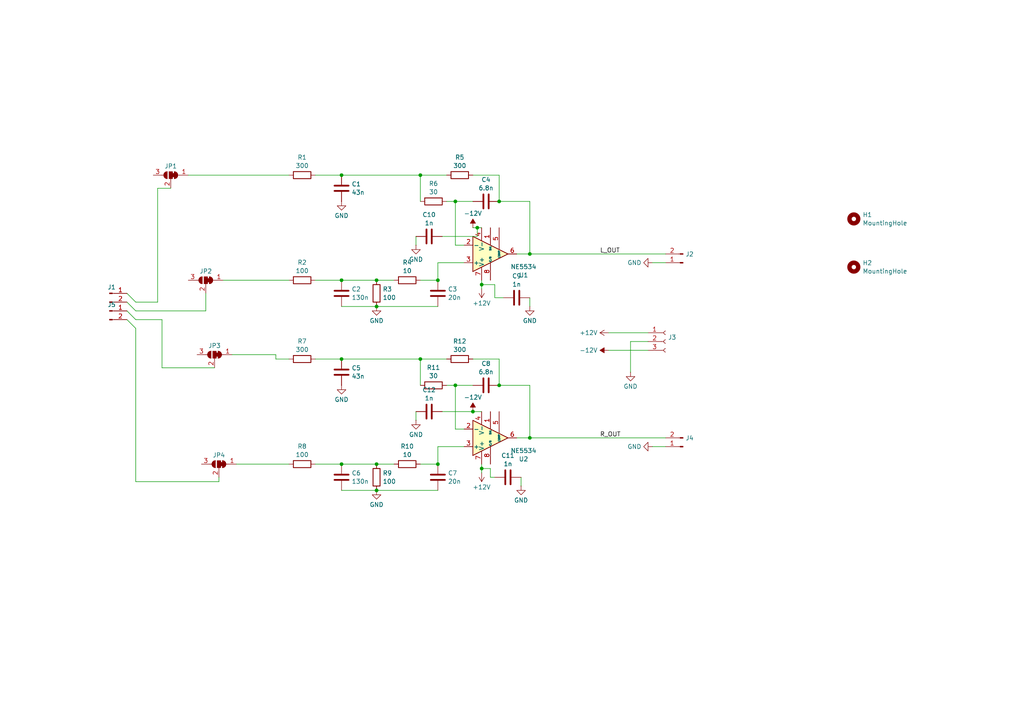
<source format=kicad_sch>
(kicad_sch (version 20231120) (generator "eeschema") (generator_version "8.0")
  (paper "A4")
  (lib_symbols
    (symbol "Amplifier_Operational:NE5534" (pin_names (offset 0.127))
      (property "Reference" "U" (at 1.27 6.35 0))
      (property "Value" "NE5534" (at 1.27 3.81 0))
      (symbol "NE5534_0_1"
        (polyline (pts (xy -5.08 5.08) (xy 5.08 0) (xy -5.08 -5.08) (xy -5.08 5.08)) (stroke (width 0.254)) (fill (type background)))
      )
      (symbol "NE5534_1_1"
        (pin input line (at 0 -7.62 90) (length 5.08) (name "BAL") (number "1"))
        (pin input line (at -7.62 -2.54 0) (length 2.54) (name "-") (number "2"))
        (pin input line (at -7.62 2.54 0) (length 2.54) (name "+") (number "3"))
        (pin power_in line (at -2.54 -7.62 90) (length 3.81) (name "V-") (number "4"))
        (pin input line (at 2.54 -7.62 90) (length 6.35) (name "COMP") (number "5"))
        (pin output line (at 7.62 0 180) (length 2.54) (name "~") (number "6"))
        (pin power_in line (at -2.54 7.62 270) (length 3.81) (name "V+") (number "7"))
        (pin input line (at 0 7.62 270) (length 5.08) (name "C/B") (number "8"))
      )
    )
    (symbol "Connector:Conn_01x02_Pin" (pin_names (offset 1.016) hide)
      (property "Reference" "J" (at 0 2.54 0))
      (property "Value" "Conn_01x02_Pin" (at 0 -5.08 0))
      (symbol "Conn_01x02_Pin_1_1"
        (polyline (pts (xy 1.27 -2.54) (xy 0.8636 -2.54)) (stroke (width 0.1524)))
        (polyline (pts (xy 1.27 0) (xy 0.8636 0)) (stroke (width 0.1524)))
        (rectangle (start 0.8636 -2.413) (end 0 -2.667) (stroke (width 0.1524)) (fill (type outline)))
        (rectangle (start 0.8636 0.127) (end 0 -0.127) (stroke (width 0.1524)) (fill (type outline)))
        (pin passive line (at 5.08 0 180) (length 3.81) (name "Pin_1") (number "1"))
        (pin passive line (at 5.08 -2.54 180) (length 3.81) (name "Pin_2") (number "2"))
      )
    )
    (symbol "Connector:Conn_01x03_Socket" (pin_names (offset 1.016) hide)
      (property "Reference" "J" (at 0 5.08 0))
      (property "Value" "Conn_01x03_Socket" (at 0 -5.08 0))
      (symbol "Conn_01x03_Socket_1_1"
        (arc (start 0 -2.032) (mid -0.5058 -2.54) (end 0 -3.048) (stroke (width 0.1524)))
        (polyline (pts (xy -1.27 -2.54) (xy -0.508 -2.54)) (stroke (width 0.1524)))
        (polyline (pts (xy -1.27 0) (xy -0.508 0)) (stroke (width 0.1524)))
        (polyline (pts (xy -1.27 2.54) (xy -0.508 2.54)) (stroke (width 0.1524)))
        (arc (start 0 0.508) (mid -0.5058 0) (end 0 -0.508) (stroke (width 0.1524)))
        (arc (start 0 3.048) (mid -0.5058 2.54) (end 0 2.032) (stroke (width 0.1524)))
        (pin passive line (at -5.08 2.54 0) (length 3.81) (name "Pin_1") (number "1"))
        (pin passive line (at -5.08 0 0) (length 3.81) (name "Pin_2") (number "2"))
        (pin passive line (at -5.08 -2.54 0) (length 3.81) (name "Pin_3") (number "3"))
      )
    )
    (symbol "Device:C" (pin_numbers hide) (pin_names (offset 0.254))
      (property "Reference" "C" (at 0.635 2.54 0))
      (property "Value" "C" (at 0.635 -2.54 0))
      (symbol "C_0_1"
        (polyline (pts (xy -2.032 -0.762) (xy 2.032 -0.762)) (stroke (width 0.508)))
        (polyline (pts (xy -2.032 0.762) (xy 2.032 0.762)) (stroke (width 0.508)))
      )
      (symbol "C_1_1"
        (pin passive line (at 0 3.81 270) (length 2.794) (name "~") (number "1"))
        (pin passive line (at 0 -3.81 90) (length 2.794) (name "~") (number "2"))
      )
    )
    (symbol "Device:R" (pin_numbers hide) (pin_names (offset 0))
      (property "Reference" "R" (at 2.032 0 90))
      (property "Value" "R" (at 0 0 90))
      (symbol "R_0_1"
        (rectangle (start -1.016 -2.54) (end 1.016 2.54) (stroke (width 0.254)))
      )
      (symbol "R_1_1"
        (pin passive line (at 0 3.81 270) (length 1.27) (name "~") (number "1"))
        (pin passive line (at 0 -3.81 90) (length 1.27) (name "~") (number "2"))
      )
    )
    (symbol "Jumper:SolderJumper_3_Bridged12" (pin_names (offset 0) hide) (exclude_from_sim yes) (in_bom no)
      (property "Reference" "JP" (at -2.54 -2.54 0))
      (property "Value" "SolderJumper_3_Bridged12" (at 0 2.794 0))
      (symbol "SolderJumper_3_Bridged12_0_1"
        (rectangle (start -1.016 0.508) (end -0.508 -0.508) (fill (type outline)))
        (arc (start -1.016 1.016) (mid -2.0276 0) (end -1.016 -1.016))
        (arc (start -1.016 1.016) (mid -2.0276 0) (end -1.016 -1.016) (fill (type outline)))
        (rectangle (start -0.508 1.016) (end 0.508 -1.016) (fill (type outline)))
        (polyline (pts (xy -2.54 0) (xy -2.032 0)))
        (polyline (pts (xy -1.016 1.016) (xy -1.016 -1.016)))
        (polyline (pts (xy 0 -1.27) (xy 0 -1.016)))
        (polyline (pts (xy 1.016 1.016) (xy 1.016 -1.016)))
        (polyline (pts (xy 2.54 0) (xy 2.032 0)))
        (arc (start 1.016 -1.016) (mid 2.0276 0) (end 1.016 1.016))
        (arc (start 1.016 -1.016) (mid 2.0276 0) (end 1.016 1.016) (fill (type outline)))
      )
      (symbol "SolderJumper_3_Bridged12_1_1"
        (pin passive line (at -5.08 0 0) (length 2.54) (name "A") (number "1"))
        (pin passive line (at 0 -3.81 90) (length 2.54) (name "C") (number "2"))
        (pin passive line (at 5.08 0 180) (length 2.54) (name "B") (number "3"))
      )
    )
    (symbol "Mechanical:MountingHole" (pin_names (offset 1.016)) (exclude_from_sim yes) (in_bom no)
      (property "Reference" "H" (at 0 5.08 0))
      (property "Value" "MountingHole" (at 0 3.175 0))
      (symbol "MountingHole_0_1"
        (circle (center 0 0) (radius 1.27) (stroke (width 1.27)))
      )
    )
    (symbol "power:+12V" (power) (pin_numbers hide) (pin_names (offset 0) hide)
      (property "Value" "+12V" (at 0 3.556 0))
      (symbol "+12V_0_1"
        (polyline (pts (xy -0.762 1.27) (xy 0 2.54)))
        (polyline (pts (xy 0 0) (xy 0 2.54)))
        (polyline (pts (xy 0 2.54) (xy 0.762 1.27)))
      )
      (symbol "+12V_1_1"
        (pin power_in line (at 0 0 90) (length 0) (name "~") (number "1"))
      )
    )
    (symbol "power:-12V" (power) (pin_numbers hide) (pin_names (offset 0) hide)
      (property "Value" "-12V" (at 0 3.556 0))
      (symbol "-12V_0_0"
        (pin power_in line (at 0 0 90) (length 0) (name "~") (number "1"))
      )
      (symbol "-12V_0_1"
        (polyline (pts (xy 0 0) (xy 0 1.27) (xy 0.762 1.27) (xy 0 2.54) (xy -0.762 1.27) (xy 0 1.27)) (fill (type outline)))
      )
    )
    (symbol "power:GND" (power) (pin_numbers hide) (pin_names (offset 0) hide)
      (property "Value" "GND" (at 0 -3.81 0))
      (symbol "GND_0_1"
        (polyline (pts (xy 0 0) (xy 0 -1.27) (xy 1.27 -1.27) (xy 0 -2.54) (xy -1.27 -1.27) (xy 0 -1.27)))
      )
      (symbol "GND_1_1"
        (pin power_in line (at 0 0 270) (length 0) (name "~") (number "1"))
      )
    )
  )
  (junction (at 144.78 58.42))
  (junction (at 99.06 104.14))
  (junction (at 132.08 58.42))
  (junction (at 121.92 104.14))
  (junction (at 99.06 50.8))
  (junction (at 132.08 111.76))
  (junction (at 109.22 81.28))
  (junction (at 139.7 135.89))
  (junction (at 139.7 82.55))
  (junction (at 144.78 111.76))
  (junction (at 109.22 142.24))
  (junction (at 99.06 134.62))
  (junction (at 99.06 81.28))
  (junction (at 138.43 66.04))
  (junction (at 153.67 73.66))
  (junction (at 109.22 88.9))
  (junction (at 127 81.28))
  (junction (at 121.92 50.8))
  (junction (at 153.67 127))
  (junction (at 137.16 119.38))
  (junction (at 127 134.62))
  (junction (at 109.22 134.62))
  (bus_entry (at 36.83 87.63) (size 2.54 2.54))
  (bus_entry (at 36.83 92.71) (size 2.54 2.54))
  (bus_entry (at 36.83 90.17) (size 2.54 2.54))
  (bus_entry (at 36.83 85.09) (size 2.54 2.54))
  (wire (pts (xy 144.78 50.8) (xy 144.78 58.42)))
  (wire (pts (xy 128.27 119.38) (xy 137.16 119.38)))
  (wire (pts (xy 121.92 50.8) (xy 121.92 58.42)))
  (wire (pts (xy 176.53 96.52) (xy 187.96 96.52)))
  (wire (pts (xy 39.37 95.25) (xy 39.37 139.7)))
  (wire (pts (xy 121.92 104.14) (xy 121.92 111.76)))
  (wire (pts (xy 63.5 139.7) (xy 63.5 138.43)))
  (wire (pts (xy 121.92 134.62) (xy 127 134.62)))
  (wire (pts (xy 46.99 92.71) (xy 39.37 92.71)))
  (wire (pts (xy 137.16 66.04) (xy 138.43 66.04)))
  (wire (pts (xy 109.22 134.62) (xy 114.3 134.62)))
  (wire (pts (xy 99.06 88.9) (xy 109.22 88.9)))
  (wire (pts (xy 109.22 142.24) (xy 127 142.24)))
  (wire (pts (xy 137.16 104.14) (xy 144.78 104.14)))
  (wire (pts (xy 187.96 99.06) (xy 182.88 99.06)))
  (wire (pts (xy 137.16 50.8) (xy 144.78 50.8)))
  (wire (pts (xy 99.06 104.14) (xy 121.92 104.14)))
  (wire (pts (xy 153.67 111.76) (xy 153.67 127)))
  (wire (pts (xy 143.51 82.55) (xy 139.7 82.55)))
  (wire (pts (xy 127 129.54) (xy 127 134.62)))
  (wire (pts (xy 144.78 58.42) (xy 153.67 58.42)))
  (wire (pts (xy 46.99 106.68) (xy 46.99 92.71)))
  (wire (pts (xy 132.08 58.42) (xy 132.08 71.12)))
  (wire (pts (xy 91.44 81.28) (xy 99.06 81.28)))
  (wire (pts (xy 138.43 68.58) (xy 138.43 66.04)))
  (wire (pts (xy 189.23 76.2) (xy 193.04 76.2)))
  (wire (pts (xy 149.86 73.66) (xy 153.67 73.66)))
  (wire (pts (xy 153.67 86.36) (xy 153.67 88.9)))
  (wire (pts (xy 39.37 139.7) (xy 63.5 139.7)))
  (wire (pts (xy 129.54 111.76) (xy 132.08 111.76)))
  (wire (pts (xy 54.61 50.8) (xy 83.82 50.8)))
  (wire (pts (xy 68.58 134.62) (xy 83.82 134.62)))
  (wire (pts (xy 153.67 127) (xy 193.04 127)))
  (wire (pts (xy 138.43 66.04) (xy 139.7 66.04)))
  (wire (pts (xy 132.08 111.76) (xy 132.08 124.46)))
  (wire (pts (xy 142.24 135.89) (xy 139.7 135.89)))
  (wire (pts (xy 139.7 134.62) (xy 139.7 135.89)))
  (wire (pts (xy 80.01 102.87) (xy 80.01 104.14)))
  (wire (pts (xy 80.01 104.14) (xy 83.82 104.14)))
  (wire (pts (xy 39.37 90.17) (xy 59.69 90.17)))
  (wire (pts (xy 132.08 58.42) (xy 137.16 58.42)))
  (wire (pts (xy 176.53 101.6) (xy 187.96 101.6)))
  (wire (pts (xy 67.31 102.87) (xy 80.01 102.87)))
  (wire (pts (xy 143.51 138.43) (xy 142.24 138.43)))
  (wire (pts (xy 91.44 134.62) (xy 99.06 134.62)))
  (wire (pts (xy 45.72 87.63) (xy 39.37 87.63)))
  (wire (pts (xy 91.44 104.14) (xy 99.06 104.14)))
  (wire (pts (xy 64.77 81.28) (xy 83.82 81.28)))
  (wire (pts (xy 121.92 50.8) (xy 129.54 50.8)))
  (wire (pts (xy 134.62 76.2) (xy 127 76.2)))
  (wire (pts (xy 153.67 73.66) (xy 193.04 73.66)))
  (wire (pts (xy 91.44 50.8) (xy 99.06 50.8)))
  (wire (pts (xy 120.65 119.38) (xy 120.65 121.92)))
  (wire (pts (xy 59.69 85.09) (xy 59.69 90.17)))
  (wire (pts (xy 153.67 58.42) (xy 153.67 73.66)))
  (wire (pts (xy 137.16 119.38) (xy 139.7 119.38)))
  (wire (pts (xy 143.51 86.36) (xy 143.51 82.55)))
  (wire (pts (xy 132.08 111.76) (xy 137.16 111.76)))
  (wire (pts (xy 182.88 99.06) (xy 182.88 107.95)))
  (wire (pts (xy 139.7 135.89) (xy 139.7 137.16)))
  (wire (pts (xy 99.06 134.62) (xy 109.22 134.62)))
  (wire (pts (xy 129.54 58.42) (xy 132.08 58.42)))
  (wire (pts (xy 189.23 129.54) (xy 193.04 129.54)))
  (wire (pts (xy 134.62 129.54) (xy 127 129.54)))
  (wire (pts (xy 109.22 81.28) (xy 114.3 81.28)))
  (wire (pts (xy 99.06 50.8) (xy 121.92 50.8)))
  (wire (pts (xy 99.06 81.28) (xy 109.22 81.28)))
  (wire (pts (xy 121.92 104.14) (xy 129.54 104.14)))
  (wire (pts (xy 62.23 106.68) (xy 46.99 106.68)))
  (wire (pts (xy 127 76.2) (xy 127 81.28)))
  (wire (pts (xy 139.7 81.28) (xy 139.7 82.55)))
  (wire (pts (xy 120.65 68.58) (xy 120.65 71.12)))
  (wire (pts (xy 139.7 82.55) (xy 139.7 83.82)))
  (wire (pts (xy 149.86 127) (xy 153.67 127)))
  (wire (pts (xy 132.08 71.12) (xy 134.62 71.12)))
  (wire (pts (xy 146.05 86.36) (xy 143.51 86.36)))
  (wire (pts (xy 45.72 54.61) (xy 49.53 54.61)))
  (wire (pts (xy 144.78 111.76) (xy 153.67 111.76)))
  (wire (pts (xy 109.22 88.9) (xy 127 88.9)))
  (wire (pts (xy 45.72 87.63) (xy 45.72 54.61)))
  (wire (pts (xy 144.78 104.14) (xy 144.78 111.76)))
  (wire (pts (xy 128.27 68.58) (xy 138.43 68.58)))
  (wire (pts (xy 99.06 142.24) (xy 109.22 142.24)))
  (wire (pts (xy 121.92 81.28) (xy 127 81.28)))
  (wire (pts (xy 151.13 138.43) (xy 151.13 140.97)))
  (wire (pts (xy 142.24 138.43) (xy 142.24 135.89)))
  (wire (pts (xy 132.08 124.46) (xy 134.62 124.46)))
  (label "L_OUT" (at 173.99 73.66 0))
  (label "R_OUT" (at 173.99 127 0))
  (symbol (lib_id "Connector:Conn_01x02_Pin") (at 31.75 85.09 0) (unit 1)
    (property "Reference" "J1" (at 32.385 83.2937 0))
    (property "Value" "Conn_01x02_Pin" (effects (hide yes)))
    (property "Footprint" "Connector_PinHeader_2.54mm:PinHeader_1x02_P2.54mm_Vertical" (effects (hide yes)))
    (property "Description" "Generic connector, single row, 01x02, script generated" (effects (hide yes)))
  )
  (symbol (lib_id "Mechanical:MountingHole") (at 247.65 77.47 0) (unit 1) (exclude_from_sim yes) (in_bom no)
    (property "Reference" "H2" (at 250.19 76.2578 0) (effects (justify left)))
    (property "Value" "MountingHole" (at 250.19 78.6821 0) (effects (justify left)))
    (property "Footprint" "MountingHole:MountingHole_3.2mm_M3" (effects (hide yes)))
    (property "Description" "Mounting Hole without connection" (effects (hide yes)))
  )
  (symbol (lib_id "Amplifier_Operational:NE5534") (at 142.24 73.66 0) (mirror x) (unit 1)
    (property "Reference" "U1" (at 151.8519 79.805 0))
    (property "Value" "NE5534" (at 151.8519 77.3807 0))
    (property "Footprint" "Package_DIP:DIP-8_W7.62mm_Socket" (effects (hide yes)))
    (property "Datasheet" "http://www.ti.com/lit/ds/symlink/ne5534.pdf" (effects (hide yes)))
    (property "Description" "Single Low-Noise Operational Amplifiers, DIP-8/SOIC-8" (effects (hide yes)))
  )
  (symbol (lib_id "power:GND") (at 153.67 88.9 0) (unit 1)
    (property "Reference" "#PWR014" (effects (hide yes)))
    (property "Value" "GND" (at 153.67 93.0331 0))
    (property "Description" "Power symbol creates a global label with name \"GND\" , ground" (effects (hide yes)))
  )
  (symbol (lib_id "Device:C") (at 99.06 85.09 0) (unit 1)
    (property "Reference" "C2" (at 101.981 83.8778 0) (effects (justify left)))
    (property "Value" "130n" (at 101.981 86.3021 0) (effects (justify left)))
    (property "Footprint" "Capacitor_SMD:C_1206_3216Metric_Pad1.33x1.80mm_HandSolder" (effects (hide yes)))
    (property "Description" "Unpolarized capacitor" (effects (hide yes)))
  )
  (symbol (lib_id "Connector:Conn_01x02_Pin") (at 198.12 76.2 180) (unit 1)
    (property "Reference" "J2" (at 198.8312 73.7178 0) (effects (justify right)))
    (property "Value" "Conn_01x02_Pin" (effects (hide yes)))
    (property "Footprint" "Connector_PinHeader_2.54mm:PinHeader_1x02_P2.54mm_Vertical" (effects (hide yes)))
    (property "Description" "Generic connector, single row, 01x02, script generated" (effects (hide yes)))
  )
  (symbol (lib_id "Device:R") (at 109.22 138.43 180) (unit 1)
    (property "Reference" "R9" (at 110.998 137.2178 0) (effects (justify right)))
    (property "Value" "100" (at 110.998 139.6421 0) (effects (justify right)))
    (property "Footprint" "Resistor_SMD:R_1206_3216Metric_Pad1.30x1.75mm_HandSolder" (effects (hide yes)))
    (property "Description" "Resistor" (effects (hide yes)))
  )
  (symbol (lib_id "Connector:Conn_01x03_Socket") (at 193.04 99.06 0) (unit 1)
    (property "Reference" "J3" (at 193.7512 97.8478 0) (effects (justify left)))
    (property "Value" "Conn_01x03_Socket" (effects (hide yes)))
    (property "Footprint" "Connector_PinHeader_2.54mm:PinHeader_1x03_P2.54mm_Vertical" (effects (hide yes)))
    (property "Description" "Generic connector, single row, 01x03, script generated" (effects (hide yes)))
  )
  (symbol (lib_id "power:GND") (at 120.65 71.12 0) (unit 1)
    (property "Reference" "#PWR015" (effects (hide yes)))
    (property "Value" "GND" (at 120.65 75.2531 0))
    (property "Description" "Power symbol creates a global label with name \"GND\" , ground" (effects (hide yes)))
  )
  (symbol (lib_id "power:-12V") (at 176.53 101.6 90) (unit 1)
    (property "Reference" "#PWR011" (effects (hide yes)))
    (property "Value" "-12V" (at 173.355 101.6 90) (effects (justify left)))
    (property "Description" "Power symbol creates a global label with name \"-12V\"" (effects (hide yes)))
  )
  (symbol (lib_id "power:GND") (at 109.22 142.24 0) (unit 1)
    (property "Reference" "#PWR06" (effects (hide yes)))
    (property "Value" "GND" (at 109.22 146.3731 0))
    (property "Description" "Power symbol creates a global label with name \"GND\" , ground" (effects (hide yes)))
  )
  (symbol (lib_id "Jumper:SolderJumper_3_Bridged12") (at 59.69 81.28 0) (mirror y) (unit 1) (exclude_from_sim yes) (in_bom no)
    (property "Reference" "JP2" (at 59.69 78.6709 0))
    (property "Footprint" "Jumper:SolderJumper-3_P1.3mm_Bridged2Bar12_RoundedPad1.0x1.5mm" (effects (hide yes)))
    (property "Description" "3-pole Solder Jumper, pins 1+2 closed/bridged" (effects (hide yes)))
  )
  (symbol (lib_id "Device:C") (at 147.32 138.43 270) (unit 1)
    (property "Reference" "C11" (at 147.32 132.1265 90))
    (property "Value" "1n" (at 147.32 134.5508 90))
    (property "Footprint" "Capacitor_SMD:C_0603_1608Metric_Pad1.08x0.95mm_HandSolder" (effects (hide yes)))
    (property "Description" "Unpolarized capacitor" (effects (hide yes)))
  )
  (symbol (lib_id "power:GND") (at 120.65 121.92 0) (unit 1)
    (property "Reference" "#PWR017" (effects (hide yes)))
    (property "Value" "GND" (at 120.65 126.0531 0))
    (property "Description" "Power symbol creates a global label with name \"GND\" , ground" (effects (hide yes)))
  )
  (symbol (lib_id "Connector:Conn_01x02_Pin") (at 198.12 129.54 180) (unit 1)
    (property "Reference" "J4" (at 198.8312 127.0578 0) (effects (justify right)))
    (property "Value" "Conn_01x02_Pin" (effects (hide yes)))
    (property "Footprint" "Connector_PinHeader_2.54mm:PinHeader_1x02_P2.54mm_Vertical" (effects (hide yes)))
    (property "Description" "Generic connector, single row, 01x02, script generated" (effects (hide yes)))
  )
  (symbol (lib_id "power:-12V") (at 137.16 119.38 0) (unit 1)
    (property "Reference" "#PWR07" (effects (hide yes)))
    (property "Value" "-12V" (at 137.16 115.2469 0))
    (property "Description" "Power symbol creates a global label with name \"-12V\"" (effects (hide yes)))
  )
  (symbol (lib_id "Device:C") (at 140.97 111.76 90) (unit 1)
    (property "Reference" "C8" (at 140.97 105.4565 90))
    (property "Value" "6.8n" (at 140.97 107.8808 90))
    (property "Footprint" "Capacitor_SMD:C_1206_3216Metric_Pad1.33x1.80mm_HandSolder" (effects (hide yes)))
    (property "Description" "Unpolarized capacitor" (effects (hide yes)))
  )
  (symbol (lib_id "power:+12V") (at 139.7 83.82 180) (unit 1)
    (property "Reference" "#PWR03" (effects (hide yes)))
    (property "Value" "+12V" (at 139.7 87.9531 0))
    (property "Description" "Power symbol creates a global label with name \"+12V\"" (effects (hide yes)))
  )
  (symbol (lib_id "Device:C") (at 99.06 138.43 0) (unit 1)
    (property "Reference" "C6" (at 101.981 137.2178 0) (effects (justify left)))
    (property "Value" "130n" (at 101.981 139.6421 0) (effects (justify left)))
    (property "Footprint" "Capacitor_SMD:C_1206_3216Metric_Pad1.33x1.80mm_HandSolder" (effects (hide yes)))
    (property "Description" "Unpolarized capacitor" (effects (hide yes)))
  )
  (symbol (lib_id "Device:R") (at 87.63 81.28 90) (unit 1)
    (property "Reference" "R2" (at 87.63 76.1195 90))
    (property "Value" "100" (at 87.63 78.5438 90))
    (property "Footprint" "Resistor_SMD:R_1206_3216Metric_Pad1.30x1.75mm_HandSolder" (effects (hide yes)))
    (property "Description" "Resistor" (effects (hide yes)))
  )
  (symbol (lib_id "power:GND") (at 99.06 111.76 0) (unit 1)
    (property "Reference" "#PWR05" (effects (hide yes)))
    (property "Value" "GND" (at 99.06 115.8931 0))
    (property "Description" "Power symbol creates a global label with name \"GND\" , ground" (effects (hide yes)))
  )
  (symbol (lib_id "Device:C") (at 99.06 54.61 0) (unit 1)
    (property "Reference" "C1" (at 101.981 53.3978 0) (effects (justify left)))
    (property "Value" "43n" (at 101.981 55.8221 0) (effects (justify left)))
    (property "Footprint" "Capacitor_SMD:C_1206_3216Metric_Pad1.33x1.80mm_HandSolder" (effects (hide yes)))
    (property "Description" "Unpolarized capacitor" (effects (hide yes)))
  )
  (symbol (lib_id "Device:R") (at 125.73 58.42 90) (unit 1)
    (property "Reference" "R6" (at 125.73 53.2595 90))
    (property "Value" "30" (at 125.73 55.6838 90))
    (property "Footprint" "Resistor_SMD:R_1206_3216Metric_Pad1.30x1.75mm_HandSolder" (effects (hide yes)))
    (property "Description" "Resistor" (effects (hide yes)))
  )
  (symbol (lib_id "Jumper:SolderJumper_3_Bridged12") (at 49.53 50.8 0) (mirror y) (unit 1) (exclude_from_sim yes) (in_bom no)
    (property "Reference" "JP1" (at 49.53 48.1909 0))
    (property "Footprint" "Jumper:SolderJumper-3_P1.3mm_Bridged2Bar12_RoundedPad1.0x1.5mm" (effects (hide yes)))
    (property "Description" "3-pole Solder Jumper, pins 1+2 closed/bridged" (effects (hide yes)))
  )
  (symbol (lib_id "power:GND") (at 99.06 58.42 0) (unit 1)
    (property "Reference" "#PWR02" (effects (hide yes)))
    (property "Value" "GND" (at 99.06 62.5531 0))
    (property "Description" "Power symbol creates a global label with name \"GND\" , ground" (effects (hide yes)))
  )
  (symbol (lib_id "Device:C") (at 99.06 107.95 0) (unit 1)
    (property "Reference" "C5" (at 101.981 106.7378 0) (effects (justify left)))
    (property "Value" "43n" (at 101.981 109.1621 0) (effects (justify left)))
    (property "Footprint" "Capacitor_SMD:C_1206_3216Metric_Pad1.33x1.80mm_HandSolder" (effects (hide yes)))
    (property "Description" "Unpolarized capacitor" (effects (hide yes)))
  )
  (symbol (lib_id "power:+12V") (at 176.53 96.52 90) (unit 1)
    (property "Reference" "#PWR010" (effects (hide yes)))
    (property "Value" "+12V" (at 173.355 96.52 90) (effects (justify left)))
    (property "Description" "Power symbol creates a global label with name \"+12V\"" (effects (hide yes)))
  )
  (symbol (lib_id "Jumper:SolderJumper_3_Bridged12") (at 62.23 102.87 0) (mirror y) (unit 1) (exclude_from_sim yes) (in_bom no)
    (property "Reference" "JP3" (at 62.23 100.2609 0))
    (property "Footprint" "Jumper:SolderJumper-3_P1.3mm_Bridged2Bar12_RoundedPad1.0x1.5mm" (effects (hide yes)))
    (property "Description" "3-pole Solder Jumper, pins 1+2 closed/bridged" (effects (hide yes)))
  )
  (symbol (lib_id "power:+12V") (at 139.7 137.16 180) (unit 1)
    (property "Reference" "#PWR08" (effects (hide yes)))
    (property "Value" "+12V" (at 139.7 141.2931 0))
    (property "Description" "Power symbol creates a global label with name \"+12V\"" (effects (hide yes)))
  )
  (symbol (lib_id "power:-12V") (at 137.16 66.04 0) (unit 1)
    (property "Reference" "#PWR04" (effects (hide yes)))
    (property "Value" "-12V" (at 137.16 61.9069 0))
    (property "Description" "Power symbol creates a global label with name \"-12V\"" (effects (hide yes)))
  )
  (symbol (lib_id "Device:C") (at 140.97 58.42 90) (unit 1)
    (property "Reference" "C4" (at 140.97 52.1165 90))
    (property "Value" "6.8n" (at 140.97 54.5408 90))
    (property "Footprint" "Capacitor_SMD:C_1206_3216Metric_Pad1.33x1.80mm_HandSolder" (effects (hide yes)))
    (property "Description" "Unpolarized capacitor" (effects (hide yes)))
  )
  (symbol (lib_id "Mechanical:MountingHole") (at 247.65 63.5 0) (unit 1) (exclude_from_sim yes) (in_bom no)
    (property "Reference" "H1" (at 250.19 62.2878 0) (effects (justify left)))
    (property "Value" "MountingHole" (at 250.19 64.7121 0) (effects (justify left)))
    (property "Footprint" "MountingHole:MountingHole_3.2mm_M3" (effects (hide yes)))
    (property "Description" "Mounting Hole without connection" (effects (hide yes)))
  )
  (symbol (lib_id "Device:R") (at 118.11 134.62 270) (unit 1)
    (property "Reference" "R10" (at 118.11 129.4595 90))
    (property "Value" "10" (at 118.11 131.8838 90))
    (property "Footprint" "Resistor_SMD:R_1206_3216Metric_Pad1.30x1.75mm_HandSolder" (effects (hide yes)))
    (property "Description" "Resistor" (effects (hide yes)))
  )
  (symbol (lib_id "Device:R") (at 133.35 104.14 90) (unit 1)
    (property "Reference" "R12" (at 133.35 98.9795 90))
    (property "Value" "300" (at 133.35 101.4038 90))
    (property "Footprint" "Resistor_SMD:R_1206_3216Metric_Pad1.30x1.75mm_HandSolder" (effects (hide yes)))
    (property "Description" "Resistor" (effects (hide yes)))
  )
  (symbol (lib_id "Device:C") (at 124.46 68.58 270) (unit 1)
    (property "Reference" "C10" (at 124.46 62.2765 90))
    (property "Value" "1n" (at 124.46 64.7008 90))
    (property "Footprint" "Capacitor_SMD:C_0603_1608Metric_Pad1.08x0.95mm_HandSolder" (effects (hide yes)))
    (property "Description" "Unpolarized capacitor" (effects (hide yes)))
  )
  (symbol (lib_id "Device:C") (at 124.46 119.38 270) (unit 1)
    (property "Reference" "C12" (at 124.46 113.0765 90))
    (property "Value" "1n" (at 124.46 115.5008 90))
    (property "Footprint" "Capacitor_SMD:C_0603_1608Metric_Pad1.08x0.95mm_HandSolder" (effects (hide yes)))
    (property "Description" "Unpolarized capacitor" (effects (hide yes)))
  )
  (symbol (lib_id "Device:C") (at 127 138.43 0) (unit 1)
    (property "Reference" "C7" (at 129.921 137.2178 0) (effects (justify left)))
    (property "Value" "20n" (at 129.921 139.6421 0) (effects (justify left)))
    (property "Footprint" "Capacitor_SMD:C_1206_3216Metric_Pad1.33x1.80mm_HandSolder" (effects (hide yes)))
    (property "Description" "Unpolarized capacitor" (effects (hide yes)))
  )
  (symbol (lib_id "Device:R") (at 118.11 81.28 270) (unit 1)
    (property "Reference" "R4" (at 118.11 76.1195 90))
    (property "Value" "10" (at 118.11 78.5438 90))
    (property "Footprint" "Resistor_SMD:R_1206_3216Metric_Pad1.30x1.75mm_HandSolder" (effects (hide yes)))
    (property "Description" "Resistor" (effects (hide yes)))
  )
  (symbol (lib_id "power:GND") (at 189.23 129.54 270) (unit 1)
    (property "Reference" "#PWR013" (effects (hide yes)))
    (property "Value" "GND" (at 186.0551 129.54 90) (effects (justify right)))
    (property "Description" "Power symbol creates a global label with name \"GND\" , ground" (effects (hide yes)))
  )
  (symbol (lib_id "power:GND") (at 182.88 107.95 0) (unit 1)
    (property "Reference" "#PWR012" (effects (hide yes)))
    (property "Value" "GND" (at 182.88 112.0831 0))
    (property "Description" "Power symbol creates a global label with name \"GND\" , ground" (effects (hide yes)))
  )
  (symbol (lib_id "Device:R") (at 87.63 134.62 90) (unit 1)
    (property "Reference" "R8" (at 87.63 129.4595 90))
    (property "Value" "100" (at 87.63 131.8838 90))
    (property "Footprint" "Resistor_SMD:R_1206_3216Metric_Pad1.30x1.75mm_HandSolder" (effects (hide yes)))
    (property "Description" "Resistor" (effects (hide yes)))
  )
  (symbol (lib_id "Device:C") (at 127 85.09 0) (unit 1)
    (property "Reference" "C3" (at 129.921 83.8778 0) (effects (justify left)))
    (property "Value" "20n" (at 129.921 86.3021 0) (effects (justify left)))
    (property "Footprint" "Capacitor_SMD:C_1206_3216Metric_Pad1.33x1.80mm_HandSolder" (effects (hide yes)))
    (property "Description" "Unpolarized capacitor" (effects (hide yes)))
  )
  (symbol (lib_id "Device:C") (at 149.86 86.36 270) (unit 1)
    (property "Reference" "C9" (at 149.86 80.0565 90))
    (property "Value" "1n" (at 149.86 82.4808 90))
    (property "Footprint" "Capacitor_SMD:C_0603_1608Metric_Pad1.08x0.95mm_HandSolder" (effects (hide yes)))
    (property "Description" "Unpolarized capacitor" (effects (hide yes)))
  )
  (symbol (lib_id "power:GND") (at 109.22 88.9 0) (unit 1)
    (property "Reference" "#PWR01" (effects (hide yes)))
    (property "Value" "GND" (at 109.22 93.0331 0))
    (property "Description" "Power symbol creates a global label with name \"GND\" , ground" (effects (hide yes)))
  )
  (symbol (lib_id "Device:R") (at 125.73 111.76 90) (unit 1)
    (property "Reference" "R11" (at 125.73 106.5995 90))
    (property "Value" "30" (at 125.73 109.0238 90))
    (property "Footprint" "Resistor_SMD:R_1206_3216Metric_Pad1.30x1.75mm_HandSolder" (effects (hide yes)))
    (property "Description" "Resistor" (effects (hide yes)))
  )
  (symbol (lib_id "Connector:Conn_01x02_Pin") (at 31.75 90.17 0) (unit 1)
    (property "Reference" "J5" (at 32.385 88.3737 0))
    (property "Value" "Conn_01x02_Pin" (effects (hide yes)))
    (property "Footprint" "Connector_PinHeader_2.54mm:PinHeader_1x02_P2.54mm_Vertical" (effects (hide yes)))
    (property "Description" "Generic connector, single row, 01x02, script generated" (effects (hide yes)))
  )
  (symbol (lib_id "Jumper:SolderJumper_3_Bridged12") (at 63.5 134.62 0) (mirror y) (unit 1) (exclude_from_sim yes) (in_bom no)
    (property "Reference" "JP4" (at 63.5 132.0109 0))
    (property "Footprint" "Jumper:SolderJumper-3_P1.3mm_Bridged2Bar12_RoundedPad1.0x1.5mm" (effects (hide yes)))
    (property "Description" "3-pole Solder Jumper, pins 1+2 closed/bridged" (effects (hide yes)))
  )
  (symbol (lib_id "Device:R") (at 87.63 104.14 90) (unit 1)
    (property "Reference" "R7" (at 87.63 98.9795 90))
    (property "Value" "300" (at 87.63 101.4038 90))
    (property "Footprint" "Resistor_SMD:R_1206_3216Metric_Pad1.30x1.75mm_HandSolder" (effects (hide yes)))
    (property "Description" "Resistor" (effects (hide yes)))
  )
  (symbol (lib_id "Device:R") (at 109.22 85.09 180) (unit 1)
    (property "Reference" "R3" (at 110.998 83.8778 0) (effects (justify right)))
    (property "Value" "100" (at 110.998 86.3021 0) (effects (justify right)))
    (property "Footprint" "Resistor_SMD:R_1206_3216Metric_Pad1.30x1.75mm_HandSolder" (effects (hide yes)))
    (property "Description" "Resistor" (effects (hide yes)))
  )
  (symbol (lib_id "Amplifier_Operational:NE5534") (at 142.24 127 0) (mirror x) (unit 1)
    (property "Reference" "U2" (at 151.8519 133.145 0))
    (property "Value" "NE5534" (at 151.8519 130.7207 0))
    (property "Footprint" "Package_DIP:DIP-8_W7.62mm_Socket" (effects (hide yes)))
    (property "Datasheet" "http://www.ti.com/lit/ds/symlink/ne5534.pdf" (effects (hide yes)))
    (property "Description" "Single Low-Noise Operational Amplifiers, DIP-8/SOIC-8" (effects (hide yes)))
  )
  (symbol (lib_id "Device:R") (at 133.35 50.8 90) (unit 1)
    (property "Reference" "R5" (at 133.35 45.6395 90))
    (property "Value" "300" (at 133.35 48.0638 90))
    (property "Footprint" "Resistor_SMD:R_1206_3216Metric_Pad1.30x1.75mm_HandSolder" (effects (hide yes)))
    (property "Description" "Resistor" (effects (hide yes)))
  )
  (symbol (lib_id "Device:R") (at 87.63 50.8 90) (unit 1)
    (property "Reference" "R1" (at 87.63 45.6395 90))
    (property "Value" "300" (at 87.63 48.0638 90))
    (property "Footprint" "Resistor_SMD:R_1206_3216Metric_Pad1.30x1.75mm_HandSolder" (effects (hide yes)))
    (property "Description" "Resistor" (effects (hide yes)))
  )
  (symbol (lib_id "power:GND") (at 189.23 76.2 270) (unit 1)
    (property "Reference" "#PWR09" (effects (hide yes)))
    (property "Value" "GND" (at 186.0551 76.2 90) (effects (justify right)))
    (property "Description" "Power symbol creates a global label with name \"GND\" , ground" (effects (hide yes)))
  )
  (symbol (lib_id "power:GND") (at 151.13 140.97 0) (unit 1)
    (property "Reference" "#PWR016" (effects (hide yes)))
    (property "Value" "GND" (at 151.13 145.1031 0))
    (property "Description" "Power symbol creates a global label with name \"GND\" , ground" (effects (hide yes)))
  )
)
</source>
